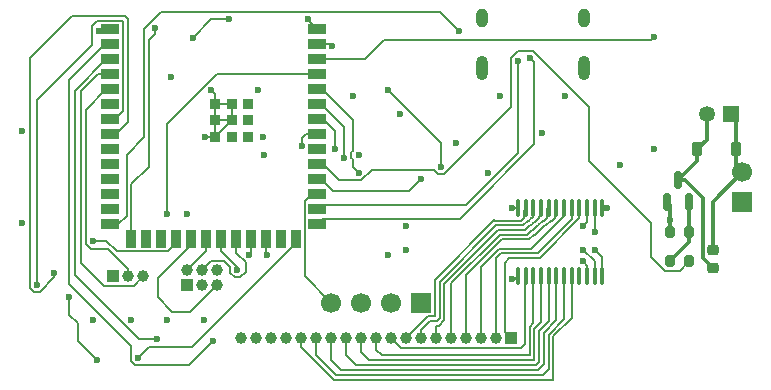
<source format=gbr>
%TF.GenerationSoftware,KiCad,Pcbnew,9.0.1*%
%TF.CreationDate,2025-06-14T17:56:14-05:00*%
%TF.ProjectId,OM-FlexGrid-Rigid-PCB,4f4d2d46-6c65-4784-9772-69642d526967,rev?*%
%TF.SameCoordinates,Original*%
%TF.FileFunction,Copper,L4,Bot*%
%TF.FilePolarity,Positive*%
%FSLAX46Y46*%
G04 Gerber Fmt 4.6, Leading zero omitted, Abs format (unit mm)*
G04 Created by KiCad (PCBNEW 9.0.1) date 2025-06-14 17:56:14*
%MOMM*%
%LPD*%
G01*
G04 APERTURE LIST*
G04 Aperture macros list*
%AMRoundRect*
0 Rectangle with rounded corners*
0 $1 Rounding radius*
0 $2 $3 $4 $5 $6 $7 $8 $9 X,Y pos of 4 corners*
0 Add a 4 corners polygon primitive as box body*
4,1,4,$2,$3,$4,$5,$6,$7,$8,$9,$2,$3,0*
0 Add four circle primitives for the rounded corners*
1,1,$1+$1,$2,$3*
1,1,$1+$1,$4,$5*
1,1,$1+$1,$6,$7*
1,1,$1+$1,$8,$9*
0 Add four rect primitives between the rounded corners*
20,1,$1+$1,$2,$3,$4,$5,0*
20,1,$1+$1,$4,$5,$6,$7,0*
20,1,$1+$1,$6,$7,$8,$9,0*
20,1,$1+$1,$8,$9,$2,$3,0*%
G04 Aperture macros list end*
%TA.AperFunction,SMDPad,CuDef*%
%ADD10R,1.498600X0.812800*%
%TD*%
%TA.AperFunction,SMDPad,CuDef*%
%ADD11R,0.812800X1.498600*%
%TD*%
%TA.AperFunction,SMDPad,CuDef*%
%ADD12R,0.889000X0.889000*%
%TD*%
%TA.AperFunction,ComponentPad*%
%ADD13R,1.000000X1.000000*%
%TD*%
%TA.AperFunction,ComponentPad*%
%ADD14C,1.000000*%
%TD*%
%TA.AperFunction,ComponentPad*%
%ADD15R,1.700000X1.700000*%
%TD*%
%TA.AperFunction,ComponentPad*%
%ADD16C,1.700000*%
%TD*%
%TA.AperFunction,HeatsinkPad*%
%ADD17O,1.000000X2.100000*%
%TD*%
%TA.AperFunction,HeatsinkPad*%
%ADD18O,1.000000X1.600000*%
%TD*%
%TA.AperFunction,SMDPad,CuDef*%
%ADD19RoundRect,0.100000X-0.100000X0.637500X-0.100000X-0.637500X0.100000X-0.637500X0.100000X0.637500X0*%
%TD*%
%TA.AperFunction,SMDPad,CuDef*%
%ADD20RoundRect,0.150000X0.150000X-0.587500X0.150000X0.587500X-0.150000X0.587500X-0.150000X-0.587500X0*%
%TD*%
%TA.AperFunction,ComponentPad*%
%ADD21R,1.350000X1.350000*%
%TD*%
%TA.AperFunction,ComponentPad*%
%ADD22C,1.350000*%
%TD*%
%TA.AperFunction,SMDPad,CuDef*%
%ADD23RoundRect,0.200000X-0.200000X-0.275000X0.200000X-0.275000X0.200000X0.275000X-0.200000X0.275000X0*%
%TD*%
%TA.AperFunction,SMDPad,CuDef*%
%ADD24RoundRect,0.225000X0.250000X-0.225000X0.250000X0.225000X-0.250000X0.225000X-0.250000X-0.225000X0*%
%TD*%
%TA.AperFunction,SMDPad,CuDef*%
%ADD25RoundRect,0.225000X0.225000X0.375000X-0.225000X0.375000X-0.225000X-0.375000X0.225000X-0.375000X0*%
%TD*%
%TA.AperFunction,ViaPad*%
%ADD26C,0.600000*%
%TD*%
%TA.AperFunction,Conductor*%
%ADD27C,0.200000*%
%TD*%
%TA.AperFunction,Conductor*%
%ADD28C,0.350000*%
%TD*%
G04 APERTURE END LIST*
D10*
%TO.P,U2,1,GND*%
%TO.N,GND*%
X179500000Y-100840000D03*
%TO.P,U2,2,3V3*%
%TO.N,+3V3*%
X179500000Y-102110000D03*
%TO.P,U2,3,EN*%
%TO.N,EN*%
X179500000Y-103380000D03*
%TO.P,U2,4,IO4*%
%TO.N,ROW_3*%
X179500000Y-104650000D03*
%TO.P,U2,5,IO5*%
%TO.N,S0*%
X179500000Y-105920000D03*
%TO.P,U2,6,IO6*%
%TO.N,S1*%
X179500000Y-107190000D03*
%TO.P,U2,7,IO7*%
%TO.N,S2*%
X179500000Y-108460000D03*
%TO.P,U2,8,IO15*%
%TO.N,S3*%
X179500000Y-109730000D03*
%TO.P,U2,9,IO16*%
%TO.N,GP16_E*%
X179500000Y-111000000D03*
%TO.P,U2,10,IO17*%
%TO.N,MOT_SIG*%
X179500000Y-112270000D03*
%TO.P,U2,11,IO18*%
%TO.N,ADC_BAT*%
X179500000Y-113540000D03*
%TO.P,U2,12,IO8*%
%TO.N,SDA*%
X179500000Y-114810000D03*
%TO.P,U2,13,IO19*%
%TO.N,D-*%
X179500000Y-116080000D03*
%TO.P,U2,14,IO20*%
%TO.N,D+*%
X179500000Y-117350000D03*
D11*
%TO.P,U2,15,IO3*%
%TO.N,ROW_2*%
X177735000Y-118600000D03*
%TO.P,U2,16,IO46*%
%TO.N,unconnected-(U2-IO46-Pad16)*%
X176465000Y-118600000D03*
%TO.P,U2,17,IO9*%
%TO.N,SCL*%
X175195000Y-118600000D03*
%TO.P,U2,18,IO10*%
%TO.N,SELECT*%
X173925000Y-118600000D03*
%TO.P,U2,19,IO11*%
%TO.N,SPI_MISO*%
X172655000Y-118600000D03*
%TO.P,U2,20,IO12*%
%TO.N,SPI_SCK*%
X171385000Y-118600000D03*
%TO.P,U2,21,IO13*%
%TO.N,SPI_MOSI*%
X170115000Y-118600000D03*
%TO.P,U2,22,IO14*%
%TO.N,CS*%
X168845000Y-118600000D03*
%TO.P,U2,23,IO21*%
%TO.N,MENU*%
X167575000Y-118600000D03*
%TO.P,U2,24,IO47*%
%TO.N,unconnected-(U2-IO47-Pad24)*%
X166305000Y-118600000D03*
%TO.P,U2,25,IO48*%
%TO.N,unconnected-(U2-IO48-Pad25)*%
X165035000Y-118600000D03*
%TO.P,U2,26,IO45*%
%TO.N,PWR_OFF*%
X163765000Y-118600000D03*
D10*
%TO.P,U2,27,IO0*%
%TO.N,100*%
X162000000Y-117350000D03*
%TO.P,U2,28,IO35*%
%TO.N,unconnected-(U2-IO35-Pad28)*%
X162000000Y-116080000D03*
%TO.P,U2,29,IO36*%
%TO.N,unconnected-(U2-IO36-Pad29)*%
X162000000Y-114810000D03*
%TO.P,U2,30,IO37*%
%TO.N,unconnected-(U2-IO37-Pad30)*%
X162000000Y-113540000D03*
%TO.P,U2,31,IO38*%
%TO.N,unconnected-(U2-IO38-Pad31)*%
X162000000Y-112270000D03*
%TO.P,U2,32,IO39*%
%TO.N,unconnected-(U2-IO39-Pad32)*%
X162000000Y-111000000D03*
%TO.P,U2,33,IO40*%
%TO.N,GP40*%
X162000000Y-109730000D03*
%TO.P,U2,34,IO41*%
%TO.N,GP41*%
X162000000Y-108460000D03*
%TO.P,U2,35,IO42*%
%TO.N,unconnected-(U2-IO42-Pad35)*%
X162000000Y-107190000D03*
%TO.P,U2,36,RXD0*%
%TO.N,RX*%
X162000000Y-105920000D03*
%TO.P,U2,37,TXD0*%
%TO.N,TX*%
X162000000Y-104650000D03*
%TO.P,U2,38,IO2*%
%TO.N,ROW_1*%
X162000000Y-103380000D03*
%TO.P,U2,39,IO1*%
%TO.N,ROW_0*%
X162000000Y-102110000D03*
%TO.P,U2,40,GND*%
%TO.N,GND*%
X162000000Y-100840000D03*
D12*
%TO.P,U2,41,GND*%
X172250000Y-108560000D03*
%TO.P,U2,42*%
%TO.N,N/C*%
X173650000Y-107160000D03*
%TO.P,U2,43*%
X173650000Y-108560000D03*
%TO.P,U2,44*%
X173650000Y-109960000D03*
%TO.P,U2,45*%
X172250000Y-109960000D03*
%TO.P,U2,46,GND*%
%TO.N,GND*%
X170850000Y-109960000D03*
%TO.P,U2,47,GND*%
X170850000Y-108560000D03*
%TO.P,U2,48,GND*%
X170850000Y-107160000D03*
%TO.P,U2,49,GND*%
X172250000Y-107160000D03*
%TD*%
D13*
%TO.P,J6,1,Pin_1*%
%TO.N,GND*%
X162230000Y-121750000D03*
D14*
%TO.P,J6,2,Pin_2*%
%TO.N,RX*%
X163500000Y-121750000D03*
%TO.P,J6,3,Pin_3*%
%TO.N,TX*%
X164770000Y-121750000D03*
%TD*%
D13*
%TO.P,J1,1,Pin_1*%
%TO.N,GP41*%
X168480000Y-122500000D03*
D14*
%TO.P,J1,2,Pin_2*%
%TO.N,SPI_MOSI*%
X168480000Y-121230000D03*
%TO.P,J1,3,Pin_3*%
%TO.N,SPI_SCK*%
X169750000Y-122500000D03*
%TO.P,J1,4,Pin_4*%
%TO.N,SPI_MISO*%
X169750000Y-121230000D03*
%TO.P,J1,5,Pin_5*%
%TO.N,CS*%
X171020000Y-122500000D03*
%TO.P,J1,6,Pin_6*%
%TO.N,GP40*%
X171020000Y-121230000D03*
%TD*%
D15*
%TO.P,SCRN1,1,Pin_1*%
%TO.N,GND*%
X188310000Y-124000000D03*
D16*
%TO.P,SCRN1,2,Pin_2*%
%TO.N,+3V3*%
X185770000Y-124000000D03*
%TO.P,SCRN1,3,Pin_3*%
%TO.N,SCL*%
X183230000Y-124000000D03*
%TO.P,SCRN1,4,Pin_4*%
%TO.N,SDA*%
X180690000Y-124000000D03*
%TD*%
D15*
%TO.P,J2,1,Pin_1*%
%TO.N,GND*%
X215500000Y-115500000D03*
D16*
%TO.P,J2,2,Pin_2*%
%TO.N,VBAT*%
X215500000Y-112960000D03*
%TD*%
D17*
%TO.P,J4,S1,SHIELD*%
%TO.N,GND*%
X202070000Y-104085000D03*
D18*
X202070000Y-99905000D03*
D17*
X193430000Y-104085000D03*
D18*
X193430000Y-99905000D03*
%TD*%
D19*
%TO.P,U1,1,COM*%
%TO.N,+3V3*%
X196500000Y-116000000D03*
%TO.P,U1,2,I7*%
%TO.N,COL_7*%
X197150000Y-116000000D03*
%TO.P,U1,3,I6*%
%TO.N,COL_6*%
X197800000Y-116000000D03*
%TO.P,U1,4,I5*%
%TO.N,COL_5*%
X198450000Y-116000000D03*
%TO.P,U1,5,I4*%
%TO.N,COL_4*%
X199100000Y-116000000D03*
%TO.P,U1,6,I3*%
%TO.N,COL_3*%
X199750000Y-116000000D03*
%TO.P,U1,7,I2*%
%TO.N,COL_2*%
X200400000Y-116000000D03*
%TO.P,U1,8,I1*%
%TO.N,COL_1*%
X201050000Y-116000000D03*
%TO.P,U1,9,I0*%
%TO.N,COL_0*%
X201700000Y-116000000D03*
%TO.P,U1,10,S0*%
%TO.N,S0*%
X202350000Y-116000000D03*
%TO.P,U1,11,S1*%
%TO.N,S1*%
X203000000Y-116000000D03*
%TO.P,U1,12,GND*%
%TO.N,GND*%
X203650000Y-116000000D03*
%TO.P,U1,13,S3*%
%TO.N,S3*%
X203650000Y-121725000D03*
%TO.P,U1,14,S2*%
%TO.N,S2*%
X203000000Y-121725000D03*
%TO.P,U1,15,~{E}*%
%TO.N,GP16_E*%
X202350000Y-121725000D03*
%TO.P,U1,16,I15*%
%TO.N,unconnected-(U1-I15-Pad16)*%
X201700000Y-121725000D03*
%TO.P,U1,17,I14*%
%TO.N,COL_14*%
X201050000Y-121725000D03*
%TO.P,U1,18,I13*%
%TO.N,COL_13*%
X200400000Y-121725000D03*
%TO.P,U1,19,I12*%
%TO.N,COL_12*%
X199750000Y-121725000D03*
%TO.P,U1,20,I11*%
%TO.N,COL_11*%
X199100000Y-121725000D03*
%TO.P,U1,21,I10*%
%TO.N,COL_10*%
X198450000Y-121725000D03*
%TO.P,U1,22,I9*%
%TO.N,COL_9*%
X197800000Y-121725000D03*
%TO.P,U1,23,I8*%
%TO.N,COL_8*%
X197150000Y-121725000D03*
%TO.P,U1,24,VCC*%
%TO.N,+3V3*%
X196500000Y-121725000D03*
%TD*%
D20*
%TO.P,Q1,1,G*%
%TO.N,Net-(Q1-G)*%
X211000000Y-115500000D03*
%TO.P,Q1,2,S*%
%TO.N,GND*%
X209100000Y-115500000D03*
%TO.P,Q1,3,D*%
%TO.N,MotorGND*%
X210050000Y-113625000D03*
%TD*%
D21*
%TO.P,J5,1,Pin_1*%
%TO.N,VBAT*%
X214500000Y-108000000D03*
D22*
%TO.P,J5,2,Pin_2*%
%TO.N,MotorGND*%
X212500000Y-108000000D03*
%TD*%
D23*
%TO.P,R10,1*%
%TO.N,Net-(Q1-G)*%
X209350000Y-120500000D03*
%TO.P,R10,2*%
%TO.N,MOT_SIG*%
X211000000Y-120500000D03*
%TD*%
D24*
%TO.P,C9,1*%
%TO.N,MotorGND*%
X213000000Y-121050000D03*
%TO.P,C9,2*%
%TO.N,VBAT*%
X213000000Y-119500000D03*
%TD*%
D23*
%TO.P,R11,1*%
%TO.N,GND*%
X209350000Y-118000000D03*
%TO.P,R11,2*%
%TO.N,Net-(Q1-G)*%
X211000000Y-118000000D03*
%TD*%
D25*
%TO.P,D4,1,K*%
%TO.N,VBAT*%
X215000000Y-111000000D03*
%TO.P,D4,2,A*%
%TO.N,MotorGND*%
X211700000Y-111000000D03*
%TD*%
D13*
%TO.P,J3,1,Pin_1*%
%TO.N,COL_0*%
X195930000Y-127000000D03*
D14*
%TO.P,J3,2,Pin_2*%
%TO.N,COL_1*%
X194660000Y-127000000D03*
%TO.P,J3,3,Pin_3*%
%TO.N,COL_2*%
X193390000Y-127000000D03*
%TO.P,J3,4,Pin_4*%
%TO.N,COL_3*%
X192120000Y-127000000D03*
%TO.P,J3,5,Pin_5*%
%TO.N,COL_4*%
X190850000Y-127000000D03*
%TO.P,J3,6,Pin_6*%
%TO.N,COL_5*%
X189580000Y-127000000D03*
%TO.P,J3,7,Pin_7*%
%TO.N,COL_6*%
X188310000Y-127000000D03*
%TO.P,J3,8,Pin_8*%
%TO.N,COL_7*%
X187040000Y-127000000D03*
%TO.P,J3,9,Pin_9*%
%TO.N,COL_8*%
X185770000Y-127000000D03*
%TO.P,J3,10,Pin_10*%
%TO.N,COL_9*%
X184500000Y-127000000D03*
%TO.P,J3,11,Pin_11*%
%TO.N,COL_10*%
X183230000Y-127000000D03*
%TO.P,J3,12,Pin_12*%
%TO.N,COL_11*%
X181960000Y-127000000D03*
%TO.P,J3,13,Pin_13*%
%TO.N,COL_12*%
X180690000Y-127000000D03*
%TO.P,J3,14,Pin_14*%
%TO.N,COL_13*%
X179420000Y-127000000D03*
%TO.P,J3,15,Pin_15*%
%TO.N,COL_14*%
X178150000Y-127000000D03*
%TO.P,J3,16,Pin_16*%
%TO.N,ROW_0*%
X176880000Y-127000000D03*
%TO.P,J3,17,Pin_17*%
%TO.N,ROW_1*%
X175610000Y-127000000D03*
%TO.P,J3,18,Pin_18*%
%TO.N,ROW_2*%
X174340000Y-127000000D03*
%TO.P,J3,19,Pin_19*%
%TO.N,ROW_3*%
X173070000Y-127000000D03*
%TD*%
D26*
%TO.N,GND*%
X170040000Y-109960000D03*
X167112500Y-104887500D03*
%TO.N,100*%
X191500000Y-101000000D03*
%TO.N,SPI_SCK*%
X172750000Y-121250000D03*
%TO.N,GP41*%
X155750000Y-122500000D03*
%TO.N,GP40*%
X157250000Y-121500000D03*
%TO.N,+3V3*%
X205175000Y-112325000D03*
%TO.N,D-*%
X196500000Y-103500000D03*
%TO.N,D+*%
X197500000Y-103250000D03*
%TO.N,ADC_BAT*%
X188250000Y-113500000D03*
%TO.N,EN*%
X208000000Y-101500000D03*
%TO.N,VBAT*%
X191250000Y-110500000D03*
%TO.N,ROW_3*%
X158500000Y-123500000D03*
X166750000Y-116500000D03*
%TO.N,GND*%
X161000000Y-101000000D03*
X154500000Y-109500000D03*
X154500000Y-117250000D03*
%TO.N,SELECT*%
X173750000Y-120000000D03*
%TO.N,MENU*%
X160500000Y-118750000D03*
%TO.N,PWR_OFF*%
X165750000Y-100750000D03*
%TO.N,ROW_1*%
X165900000Y-127100000D03*
%TO.N,ROW_0*%
X170700000Y-127200000D03*
%TO.N,ROW_2*%
X164350000Y-128650000D03*
%TO.N,ROW_3*%
X160875000Y-128875000D03*
%TO.N,SCL*%
X175250000Y-120000000D03*
%TO.N,S1*%
X181750000Y-111750000D03*
%TO.N,S2*%
X181000000Y-111000000D03*
%TO.N,GP16_E*%
X179500000Y-111000000D03*
%TO.N,S3*%
X178250000Y-110750000D03*
%TO.N,S0*%
X183000000Y-113000000D03*
%TO.N,+3V3*%
X180750000Y-102250000D03*
%TO.N,GND*%
X178750000Y-100000000D03*
%TO.N,Net-(MAX1-In)*%
X169000000Y-101550000D03*
X172000000Y-100000000D03*
%TO.N,GND*%
X187000000Y-117500000D03*
%TO.N,+3V3*%
X187000000Y-119500000D03*
%TO.N,GND*%
X185500000Y-120000000D03*
%TO.N,S3*%
X203000000Y-119500000D03*
%TO.N,S0*%
X202000000Y-117500000D03*
%TO.N,S1*%
X203000000Y-118000000D03*
%TO.N,S2*%
X202000000Y-119500000D03*
%TO.N,GP16_E*%
X202000000Y-120500000D03*
%TO.N,+3V3*%
X196000000Y-122000000D03*
X196000000Y-116000000D03*
%TO.N,GND*%
X204000000Y-116000000D03*
%TO.N,Net-(D2-K)*%
X185500000Y-106000000D03*
X190000000Y-112500000D03*
%TO.N,GND*%
X183000000Y-111500000D03*
X182500000Y-106500000D03*
X194000000Y-113000000D03*
X208000000Y-111000000D03*
X209350000Y-117000000D03*
X169900000Y-125500000D03*
X166800000Y-125500000D03*
X163700000Y-125500000D03*
X160500000Y-125500000D03*
X198500000Y-109650000D03*
%TO.N,VBUS*%
X168500000Y-116500000D03*
X186500000Y-108000000D03*
X175000000Y-111500000D03*
X195000000Y-106500000D03*
X200500000Y-106500000D03*
%TO.N,GND*%
X174950000Y-109950000D03*
%TO.N,+3V3*%
X174500000Y-106000000D03*
%TO.N,GND*%
X170500000Y-106000000D03*
%TD*%
D27*
%TO.N,GND*%
X178750000Y-100090000D02*
X179500000Y-100840000D01*
X178750000Y-100000000D02*
X178750000Y-100090000D01*
X170850000Y-109960000D02*
X170040000Y-109960000D01*
%TO.N,100*%
X164849000Y-100801057D02*
X166251057Y-99399000D01*
X189899000Y-99399000D02*
X191500000Y-101000000D01*
X164849000Y-110000000D02*
X164849000Y-100801057D01*
X166251057Y-99399000D02*
X189899000Y-99399000D01*
X163364000Y-116636000D02*
X163364000Y-111485000D01*
X162650000Y-117350000D02*
X163364000Y-116636000D01*
X163364000Y-111485000D02*
X164849000Y-110000000D01*
X162000000Y-117350000D02*
X162650000Y-117350000D01*
%TO.N,PWR_OFF*%
X163765000Y-113985000D02*
X163765000Y-118600000D01*
X165750000Y-100750000D02*
X165750000Y-101250000D01*
X165250000Y-112500000D02*
X163765000Y-113985000D01*
X165750000Y-101250000D02*
X165250000Y-101750000D01*
X165250000Y-101750000D02*
X165250000Y-112500000D01*
%TO.N,SPI_SCK*%
X171385000Y-119635000D02*
X171385000Y-118600000D01*
X172750000Y-121000000D02*
X171385000Y-119635000D01*
X172750000Y-121250000D02*
X172750000Y-121000000D01*
%TO.N,SPI_MISO*%
X172655000Y-119754943D02*
X172655000Y-118600000D01*
X173450028Y-120549971D02*
X172655000Y-119754943D01*
X172998943Y-121851000D02*
X173450028Y-121399915D01*
X172501057Y-121851000D02*
X172998943Y-121851000D01*
X172149000Y-121498943D02*
X172501057Y-121851000D01*
X172149000Y-121001057D02*
X172149000Y-121498943D01*
X171576943Y-120429000D02*
X172149000Y-121001057D01*
X173450028Y-121399915D02*
X173450028Y-120549971D01*
X170551000Y-120429000D02*
X171576943Y-120429000D01*
X169750000Y-121230000D02*
X170551000Y-120429000D01*
%TO.N,GP40*%
X162487700Y-109730000D02*
X162000000Y-109730000D01*
X163500000Y-108717700D02*
X162487700Y-109730000D01*
X163500000Y-100000000D02*
X163500000Y-108717700D01*
X163231600Y-99731600D02*
X163500000Y-100000000D01*
X158716376Y-99731600D02*
X163231600Y-99731600D01*
X155149000Y-103298976D02*
X158716376Y-99731600D01*
X155149000Y-122748943D02*
X155149000Y-103298976D01*
X155501057Y-123101000D02*
X155149000Y-122748943D01*
X155998943Y-123101000D02*
X155501057Y-123101000D01*
X157250000Y-121849943D02*
X155998943Y-123101000D01*
X157250000Y-121500000D02*
X157250000Y-121849943D01*
%TO.N,GP41*%
X162342900Y-108460000D02*
X162000000Y-108460000D01*
X160867400Y-100132600D02*
X163050300Y-100132600D01*
X160399000Y-100601000D02*
X160867400Y-100132600D01*
X163050300Y-107752600D02*
X162342900Y-108460000D01*
X155750000Y-106802024D02*
X160399000Y-102153024D01*
X160399000Y-102153024D02*
X160399000Y-100601000D01*
X163050300Y-100132600D02*
X163050300Y-107752600D01*
X155750000Y-122500000D02*
X155750000Y-106802024D01*
%TO.N,CS*%
X166000000Y-121932700D02*
X168845000Y-119087700D01*
X166000000Y-123500000D02*
X166000000Y-121932700D01*
X167250000Y-124750000D02*
X166000000Y-123500000D01*
X168845000Y-119087700D02*
X168845000Y-118600000D01*
X168770000Y-124750000D02*
X167250000Y-124750000D01*
X171020000Y-122500000D02*
X168770000Y-124750000D01*
%TO.N,SPI_MOSI*%
X170115000Y-119595000D02*
X170115000Y-118600000D01*
X168480000Y-121230000D02*
X170115000Y-119595000D01*
%TO.N,TX*%
X160954200Y-104650000D02*
X162000000Y-104650000D01*
X159498000Y-106106200D02*
X160954200Y-104650000D01*
X159498000Y-120620000D02*
X159498000Y-106106200D01*
X163969000Y-122551000D02*
X161429000Y-122551000D01*
X161429000Y-122551000D02*
X159498000Y-120620000D01*
X164770000Y-121750000D02*
X163969000Y-122551000D01*
%TO.N,RX*%
X161657100Y-105920000D02*
X162000000Y-105920000D01*
X159899000Y-107678100D02*
X161657100Y-105920000D01*
X159899000Y-118998943D02*
X159899000Y-107678100D01*
X160362457Y-119462400D02*
X159899000Y-118998943D01*
X163500000Y-121174800D02*
X161787600Y-119462400D01*
X161787600Y-119462400D02*
X160362457Y-119462400D01*
X163500000Y-121750000D02*
X163500000Y-121174800D01*
%TO.N,MOT_SIG*%
X210224000Y-121276000D02*
X211000000Y-120500000D01*
X208936936Y-121276000D02*
X210224000Y-121276000D01*
X207750000Y-120089064D02*
X208936936Y-121276000D01*
X207750000Y-117250000D02*
X207750000Y-120089064D01*
X202500000Y-112000000D02*
X207750000Y-117250000D01*
X202500000Y-107400057D02*
X202500000Y-112000000D01*
X197748943Y-102649000D02*
X202500000Y-107400057D01*
X196501057Y-102649000D02*
X197748943Y-102649000D01*
X195899000Y-103251057D02*
X196501057Y-102649000D01*
X190248943Y-113101000D02*
X195899000Y-107450943D01*
X189751057Y-113101000D02*
X190248943Y-113101000D01*
X189399000Y-112748943D02*
X189751057Y-113101000D01*
X184101000Y-112748943D02*
X189399000Y-112748943D01*
X195899000Y-107450943D02*
X195899000Y-103251057D01*
X183248943Y-113601000D02*
X184101000Y-112748943D01*
X181351000Y-113601000D02*
X183248943Y-113601000D01*
X180020000Y-112270000D02*
X181351000Y-113601000D01*
X179500000Y-112270000D02*
X180020000Y-112270000D01*
%TO.N,D-*%
X179830000Y-115750000D02*
X179500000Y-116080000D01*
X192099943Y-115750000D02*
X179830000Y-115750000D01*
X196500000Y-111349943D02*
X192099943Y-115750000D01*
X196500000Y-103500000D02*
X196500000Y-111349943D01*
%TO.N,D+*%
X197899000Y-103649000D02*
X197500000Y-103250000D01*
X197899000Y-110601000D02*
X197899000Y-103649000D01*
X192000000Y-116500000D02*
X197899000Y-110601000D01*
%TO.N,ADC_BAT*%
X179842900Y-113540000D02*
X179500000Y-113540000D01*
X187250000Y-114500000D02*
X180802900Y-114500000D01*
X188250000Y-113500000D02*
X187250000Y-114500000D01*
X180802900Y-114500000D02*
X179842900Y-113540000D01*
%TO.N,EN*%
X196500000Y-101750000D02*
X207750000Y-101750000D01*
X185177785Y-101750000D02*
X196500000Y-101750000D01*
X183547785Y-103380000D02*
X185177785Y-101750000D01*
X207750000Y-101750000D02*
X208000000Y-101500000D01*
X179500000Y-103380000D02*
X183547785Y-103380000D01*
%TO.N,ROW_0*%
X158500000Y-105122300D02*
X161512300Y-102110000D01*
X161512300Y-102110000D02*
X162000000Y-102110000D01*
X163749000Y-127696943D02*
X158500000Y-122447943D01*
X158500000Y-122447943D02*
X158500000Y-105122300D01*
X164101057Y-129251000D02*
X163749000Y-128898943D01*
X163749000Y-128898943D02*
X163749000Y-127696943D01*
X168649000Y-129251000D02*
X164101057Y-129251000D01*
X170700000Y-127200000D02*
X168649000Y-129251000D01*
%TO.N,ROW_1*%
X161657100Y-103380000D02*
X162000000Y-103380000D01*
X159000000Y-106037100D02*
X161657100Y-103380000D01*
X164450057Y-127100000D02*
X159000000Y-121649943D01*
X159000000Y-121649943D02*
X159000000Y-106037100D01*
X165900000Y-127100000D02*
X164450057Y-127100000D01*
%TO.N,ROW_0*%
X162000000Y-102110000D02*
X161322900Y-102110000D01*
%TO.N,MENU*%
X167575000Y-118942900D02*
X167575000Y-118600000D01*
X166867600Y-119650300D02*
X167575000Y-118942900D01*
X162542600Y-119650300D02*
X166867600Y-119650300D01*
X161642300Y-118750000D02*
X162542600Y-119650300D01*
X160500000Y-118750000D02*
X161642300Y-118750000D01*
%TO.N,ROW_3*%
X159250000Y-127250000D02*
X160875000Y-128875000D01*
X158500000Y-125000000D02*
X159250000Y-125750000D01*
X158500000Y-123500000D02*
X158500000Y-125000000D01*
X159250000Y-125750000D02*
X159250000Y-127250000D01*
X166750000Y-108900057D02*
X166750000Y-116500000D01*
X171000057Y-104650000D02*
X166750000Y-108900057D01*
X179500000Y-104650000D02*
X171000057Y-104650000D01*
%TO.N,SELECT*%
X173925000Y-119825000D02*
X173750000Y-120000000D01*
X173925000Y-118600000D02*
X173925000Y-119825000D01*
%TO.N,100*%
X162000000Y-117350000D02*
X161512300Y-117350000D01*
%TO.N,ROW_2*%
X165250000Y-127750000D02*
X164350000Y-128650000D01*
X168927900Y-127750000D02*
X165250000Y-127750000D01*
%TO.N,SCL*%
X175195000Y-119945000D02*
X175250000Y-120000000D01*
X175195000Y-118600000D02*
X175195000Y-119945000D01*
%TO.N,ROW_2*%
X177735000Y-118942900D02*
X168927900Y-127750000D01*
X177735000Y-118600000D02*
X177735000Y-118942900D01*
%TO.N,SDA*%
X178449700Y-121759700D02*
X180690000Y-124000000D01*
X178449700Y-115372600D02*
X178449700Y-121759700D01*
X179012300Y-114810000D02*
X178449700Y-115372600D01*
X179500000Y-114810000D02*
X179012300Y-114810000D01*
%TO.N,D+*%
X191601000Y-116899000D02*
X192000000Y-116500000D01*
X179951000Y-116899000D02*
X191601000Y-116899000D01*
X179500000Y-117350000D02*
X179951000Y-116899000D01*
%TO.N,S3*%
X178550700Y-109730000D02*
X179500000Y-109730000D01*
X178250000Y-110030700D02*
X178550700Y-109730000D01*
X178250000Y-110750000D02*
X178250000Y-110030700D01*
%TO.N,S0*%
X182500000Y-112500000D02*
X183000000Y-113000000D01*
X182500000Y-111849943D02*
X182500000Y-112500000D01*
X182500000Y-111150057D02*
X182399000Y-111251057D01*
X182399000Y-111748943D02*
X182500000Y-111849943D01*
X179920000Y-105920000D02*
X182500000Y-108500000D01*
X182500000Y-108500000D02*
X182500000Y-111150057D01*
X182399000Y-111251057D02*
X182399000Y-111748943D01*
X179500000Y-105920000D02*
X179920000Y-105920000D01*
%TO.N,S1*%
X181750000Y-109097100D02*
X181750000Y-111750000D01*
X179842900Y-107190000D02*
X181750000Y-109097100D01*
X179500000Y-107190000D02*
X179842900Y-107190000D01*
%TO.N,S2*%
X179987700Y-108460000D02*
X181000000Y-109472300D01*
X181000000Y-109472300D02*
X181000000Y-111000000D01*
X179500000Y-108460000D02*
X179987700Y-108460000D01*
%TO.N,+3V3*%
X180610000Y-102110000D02*
X180750000Y-102250000D01*
X179500000Y-102110000D02*
X180610000Y-102110000D01*
%TO.N,GND*%
X161160000Y-100840000D02*
X161000000Y-101000000D01*
X162000000Y-100840000D02*
X161160000Y-100840000D01*
%TO.N,Net-(MAX1-In)*%
X169000000Y-101550000D02*
X170550000Y-100000000D01*
X170550000Y-100000000D02*
X172000000Y-100000000D01*
%TO.N,S3*%
X203650000Y-120150000D02*
X203000000Y-119500000D01*
X203650000Y-121725000D02*
X203650000Y-120150000D01*
%TO.N,S2*%
X203000000Y-120500000D02*
X202000000Y-119500000D01*
X203000000Y-121725000D02*
X203000000Y-120500000D01*
%TO.N,S1*%
X203000000Y-116000000D02*
X203000000Y-118000000D01*
%TO.N,S0*%
X202350000Y-117150000D02*
X202000000Y-117500000D01*
X202350000Y-116000000D02*
X202350000Y-117150000D01*
%TO.N,GP16_E*%
X202350000Y-120850000D02*
X202000000Y-120500000D01*
X202350000Y-121725000D02*
X202350000Y-120850000D01*
%TO.N,COL_0*%
X201700000Y-116867100D02*
X201700000Y-116000000D01*
X198347350Y-120219750D02*
X201700000Y-116867100D01*
X195780250Y-120219750D02*
X198347350Y-120219750D01*
X195399000Y-120601000D02*
X195780250Y-120219750D01*
X195399000Y-126469000D02*
X195399000Y-120601000D01*
X195930000Y-127000000D02*
X195399000Y-126469000D01*
%TO.N,COL_1*%
X194660000Y-120242600D02*
X194660000Y-127000000D01*
X195083850Y-119818750D02*
X194660000Y-120242600D01*
X198181250Y-119818750D02*
X195083850Y-119818750D01*
X201050000Y-116950000D02*
X198181250Y-119818750D01*
X201050000Y-116000000D02*
X201050000Y-116950000D01*
%TO.N,COL_2*%
X200400000Y-116657370D02*
X200400000Y-116000000D01*
X197639620Y-119417750D02*
X200400000Y-116657370D01*
X193390000Y-120945500D02*
X194917750Y-119417750D01*
X194917750Y-119417750D02*
X197639620Y-119417750D01*
X193390000Y-127000000D02*
X193390000Y-120945500D01*
%TO.N,COL_3*%
X199368870Y-117038500D02*
X199601000Y-116806370D01*
X199285970Y-117038500D02*
X199368870Y-117038500D01*
X198884970Y-117439500D02*
X199285970Y-117038500D01*
X198802070Y-117439500D02*
X198884970Y-117439500D01*
X198401070Y-117840500D02*
X198802070Y-117439500D01*
X199601000Y-116806370D02*
X199601000Y-116000000D01*
X199601000Y-116000000D02*
X199750000Y-116000000D01*
X198360800Y-117840500D02*
X198401070Y-117840500D01*
X198049300Y-118152000D02*
X198360800Y-117840500D01*
X198006670Y-118152000D02*
X198049300Y-118152000D01*
X197917170Y-118241500D02*
X198006670Y-118152000D01*
X197834270Y-118241500D02*
X197917170Y-118241500D01*
X195125900Y-118642500D02*
X197433270Y-118642500D01*
X197433270Y-118642500D02*
X197834270Y-118241500D01*
X192120000Y-121648400D02*
X195125900Y-118642500D01*
X192120000Y-127000000D02*
X192120000Y-121648400D01*
%TO.N,COL_4*%
X190850000Y-122351300D02*
X190850000Y-127000000D01*
X194959800Y-118241500D02*
X190850000Y-122351300D01*
X197668170Y-117840500D02*
X197267170Y-118241500D01*
X197751070Y-117840500D02*
X197668170Y-117840500D01*
X197840570Y-117751000D02*
X197751070Y-117840500D01*
X198194700Y-117439500D02*
X197883200Y-117751000D01*
X197267170Y-118241500D02*
X194959800Y-118241500D01*
X198234970Y-117439500D02*
X198194700Y-117439500D01*
X198635970Y-117038500D02*
X198234970Y-117439500D01*
X198718870Y-117038500D02*
X198635970Y-117038500D01*
X197883200Y-117751000D02*
X197840570Y-117751000D01*
X198951000Y-116806370D02*
X198718870Y-117038500D01*
X199100000Y-116000000D02*
X198951000Y-116000000D01*
X198951000Y-116000000D02*
X198951000Y-116806370D01*
%TO.N,COL_5*%
X189580000Y-125953000D02*
X189580000Y-127000000D01*
X189793200Y-125953000D02*
X189580000Y-125953000D01*
X190263000Y-122371200D02*
X190263000Y-125483200D01*
X190263000Y-125483200D02*
X189793200Y-125953000D01*
X194793700Y-117840500D02*
X190263000Y-122371200D01*
X197101070Y-117840500D02*
X194793700Y-117840500D01*
X197502070Y-117439500D02*
X197101070Y-117840500D01*
X197584970Y-117439500D02*
X197502070Y-117439500D01*
X197717100Y-117350000D02*
X197674470Y-117350000D01*
X197674470Y-117350000D02*
X197584970Y-117439500D01*
X198028600Y-117038500D02*
X197717100Y-117350000D01*
X198068870Y-117038500D02*
X198028600Y-117038500D01*
X198301000Y-116806370D02*
X198068870Y-117038500D01*
X198301000Y-116699000D02*
X198301000Y-116806370D01*
X198450000Y-116000000D02*
X198450000Y-116550000D01*
X198450000Y-116550000D02*
X198301000Y-116699000D01*
%TO.N,COL_6*%
X197800000Y-116700000D02*
X197800000Y-116000000D01*
X197551000Y-116949000D02*
X197800000Y-116700000D01*
X197508370Y-116949000D02*
X197551000Y-116949000D01*
X197418870Y-117038500D02*
X197508370Y-116949000D01*
X197335970Y-117038500D02*
X197418870Y-117038500D01*
X194627600Y-117439500D02*
X196934970Y-117439500D01*
X189862000Y-122205100D02*
X194627600Y-117439500D01*
X189627100Y-125552000D02*
X189862000Y-125317100D01*
X189055100Y-125552000D02*
X189627100Y-125552000D01*
X196934970Y-117439500D02*
X197335970Y-117038500D01*
X188310000Y-126297100D02*
X189055100Y-125552000D01*
X189862000Y-125317100D02*
X189862000Y-122205100D01*
X188310000Y-127000000D02*
X188310000Y-126297100D01*
%TO.N,COL_7*%
X188889000Y-125151000D02*
X187040000Y-127000000D01*
X189461000Y-122039000D02*
X189461000Y-125151000D01*
X194500000Y-117000000D02*
X189461000Y-122039000D01*
X189461000Y-125151000D02*
X188889000Y-125151000D01*
X194538500Y-117038500D02*
X194500000Y-117000000D01*
X196231130Y-117038500D02*
X194538500Y-117038500D01*
X196768870Y-117038500D02*
X196231130Y-117038500D01*
X197001000Y-116249000D02*
X197001000Y-116806370D01*
X197001000Y-116806370D02*
X196768870Y-117038500D01*
X197150000Y-116000000D02*
X197150000Y-116100000D01*
X197150000Y-116100000D02*
X197001000Y-116249000D01*
%TO.N,COL_14*%
X178150000Y-127717100D02*
X178150000Y-127000000D01*
X180932900Y-130500000D02*
X178150000Y-127717100D01*
X199500000Y-130500000D02*
X180932900Y-130500000D01*
%TO.N,COL_8*%
X186571000Y-127801000D02*
X185770000Y-127000000D01*
X197094000Y-127469800D02*
X196762800Y-127801000D01*
X197094000Y-121781000D02*
X197094000Y-127469800D01*
X197150000Y-121725000D02*
X197094000Y-121781000D01*
X196762800Y-127801000D02*
X186571000Y-127801000D01*
%TO.N,COL_9*%
X184500000Y-128000000D02*
X184500000Y-127000000D01*
X197495000Y-128464800D02*
X184964800Y-128464800D01*
X197495000Y-126027500D02*
X197495000Y-128464800D01*
X184964800Y-128464800D02*
X184500000Y-128000000D01*
X197800000Y-125722500D02*
X197495000Y-126027500D01*
X197800000Y-121725000D02*
X197800000Y-125722500D01*
%TO.N,COL_10*%
X183230000Y-128194800D02*
X183230000Y-127000000D01*
X183901000Y-128865800D02*
X183230000Y-128194800D01*
X197865800Y-128865800D02*
X183901000Y-128865800D01*
X197896000Y-126193600D02*
X197896000Y-128835600D01*
X198450000Y-121725000D02*
X198450000Y-125639600D01*
X198450000Y-125639600D02*
X197896000Y-126193600D01*
X197896000Y-128835600D02*
X197865800Y-128865800D01*
%TO.N,COL_11*%
X181960000Y-128460000D02*
X181960000Y-127000000D01*
X182778000Y-129278000D02*
X181960000Y-128460000D01*
X198001700Y-129297000D02*
X183054100Y-129297000D01*
X183035100Y-129278000D02*
X182778000Y-129278000D01*
X199100000Y-125556700D02*
X198297000Y-126359700D01*
X198297000Y-126359700D02*
X198297000Y-129001700D01*
X183054100Y-129297000D02*
X183035100Y-129278000D01*
X199100000Y-121725000D02*
X199100000Y-125556700D01*
X198297000Y-129001700D02*
X198001700Y-129297000D01*
%TO.N,COL_12*%
X180690000Y-128888000D02*
X180690000Y-127000000D01*
X181500000Y-129698000D02*
X180690000Y-128888000D01*
X181519000Y-129679000D02*
X181500000Y-129698000D01*
X182869000Y-129679000D02*
X181519000Y-129679000D01*
X182888000Y-129698000D02*
X182869000Y-129679000D01*
%TO.N,COL_13*%
X179420000Y-128420000D02*
X179420000Y-127000000D01*
X181099000Y-130099000D02*
X179420000Y-128420000D01*
X182000000Y-130099000D02*
X181099000Y-130099000D01*
%TO.N,COL_14*%
X201050000Y-125308000D02*
X199500000Y-126858000D01*
X199500000Y-126858000D02*
X199500000Y-130500000D01*
X201050000Y-121725000D02*
X201050000Y-125308000D01*
%TO.N,COL_13*%
X198617450Y-130099000D02*
X182000000Y-130099000D01*
X199099000Y-129617450D02*
X198617450Y-130099000D01*
X199099000Y-126691900D02*
X199099000Y-129617450D01*
X200400000Y-125390900D02*
X199099000Y-126691900D01*
X200400000Y-121725000D02*
X200400000Y-125390900D01*
%TO.N,COL_12*%
X198698000Y-129167800D02*
X198167800Y-129698000D01*
X199750000Y-125473800D02*
X198698000Y-126525800D01*
X198698000Y-126525800D02*
X198698000Y-129167800D01*
X199750000Y-121725000D02*
X199750000Y-125473800D01*
X198167800Y-129698000D02*
X182888000Y-129698000D01*
%TO.N,GND*%
X203650000Y-116000000D02*
X204000000Y-116000000D01*
%TO.N,+3V3*%
X196500000Y-116000000D02*
X196000000Y-116000000D01*
X196225000Y-122000000D02*
X196000000Y-122000000D01*
X196500000Y-121725000D02*
X196225000Y-122000000D01*
%TO.N,Net-(D2-K)*%
X190000000Y-110500000D02*
X185500000Y-106000000D01*
X190000000Y-112500000D02*
X190000000Y-110500000D01*
D28*
%TO.N,GND*%
X209350000Y-117000000D02*
X209350000Y-115750000D01*
X209350000Y-115750000D02*
X209100000Y-115500000D01*
X209350000Y-118000000D02*
X209350000Y-117000000D01*
%TO.N,Net-(Q1-G)*%
X211000000Y-118850000D02*
X209350000Y-120500000D01*
X211000000Y-118000000D02*
X211000000Y-118850000D01*
X211000000Y-115500000D02*
X211000000Y-118000000D01*
%TO.N,VBAT*%
X215000000Y-112460000D02*
X215500000Y-112960000D01*
X215000000Y-111000000D02*
X215000000Y-112460000D01*
X215000000Y-108500000D02*
X214500000Y-108000000D01*
X215000000Y-111000000D02*
X215000000Y-108500000D01*
X213000000Y-115460000D02*
X215500000Y-112960000D01*
X213000000Y-119500000D02*
X213000000Y-115460000D01*
%TO.N,MotorGND*%
X212149000Y-120199000D02*
X213000000Y-121050000D01*
X212149000Y-115163466D02*
X212149000Y-120199000D01*
X210610534Y-113625000D02*
X212149000Y-115163466D01*
X210050000Y-113625000D02*
X210610534Y-113625000D01*
X211700000Y-111975000D02*
X210050000Y-113625000D01*
X211700000Y-111000000D02*
X211700000Y-111975000D01*
X212500000Y-110200000D02*
X211700000Y-111000000D01*
X212500000Y-108000000D02*
X212500000Y-110200000D01*
D27*
%TO.N,GND*%
X170850000Y-106350000D02*
X170500000Y-106000000D01*
X170850000Y-107160000D02*
X170850000Y-106350000D01*
X172250000Y-108560000D02*
X170850000Y-108560000D01*
X172250000Y-108560000D02*
X172250000Y-107160000D01*
X170850000Y-109960000D02*
X172250000Y-108560000D01*
X170850000Y-109960000D02*
X170850000Y-108560000D01*
X170850000Y-107160000D02*
X170850000Y-108560000D01*
X172250000Y-107160000D02*
X170850000Y-107160000D01*
%TD*%
M02*

</source>
